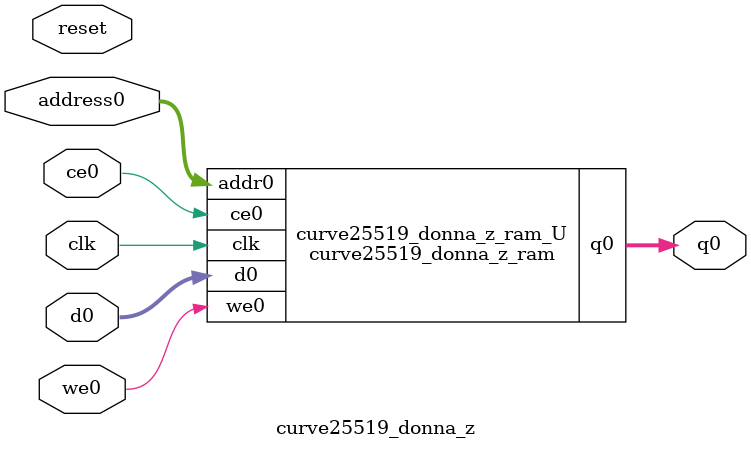
<source format=v>

`timescale 1 ns / 1 ps
module curve25519_donna_z_ram (addr0, ce0, d0, we0, q0,  clk);

parameter DWIDTH = 64;
parameter AWIDTH = 4;
parameter MEM_SIZE = 11;

input[AWIDTH-1:0] addr0;
input ce0;
input[DWIDTH-1:0] d0;
input we0;
output reg[DWIDTH-1:0] q0;
input clk;

(* ram_style = "distributed" *)reg [DWIDTH-1:0] ram[0:MEM_SIZE-1];




always @(posedge clk)  
begin 
    if (ce0) 
    begin
        if (we0) 
        begin 
            ram[addr0] <= d0; 
            q0 <= d0;
        end 
        else 
            q0 <= ram[addr0];
    end
end


endmodule


`timescale 1 ns / 1 ps
module curve25519_donna_z(
    reset,
    clk,
    address0,
    ce0,
    we0,
    d0,
    q0);

parameter DataWidth = 32'd64;
parameter AddressRange = 32'd11;
parameter AddressWidth = 32'd4;
input reset;
input clk;
input[AddressWidth - 1:0] address0;
input ce0;
input we0;
input[DataWidth - 1:0] d0;
output[DataWidth - 1:0] q0;



curve25519_donna_z_ram curve25519_donna_z_ram_U(
    .clk( clk ),
    .addr0( address0 ),
    .ce0( ce0 ),
    .d0( d0 ),
    .we0( we0 ),
    .q0( q0 ));

endmodule


</source>
